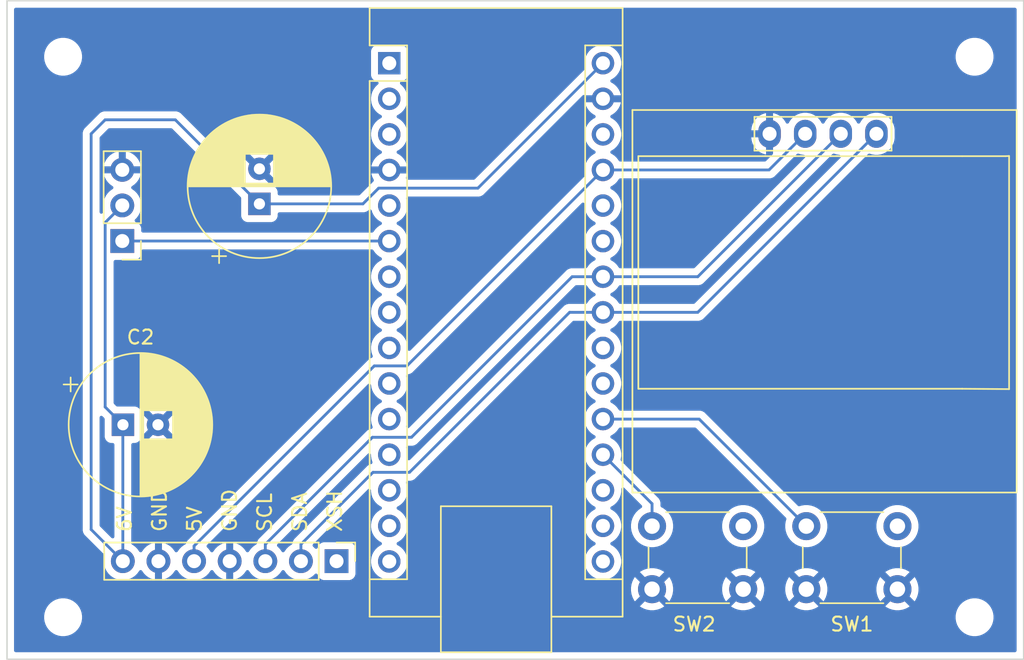
<source format=kicad_pcb>
(kicad_pcb (version 20241229) (generator "pcbnew") (generator_version "9.0")
  (title_block (date "jeu. 02 avril 2015"))
  (layers (0 "F.Cu" signal) (2 "B.Cu" signal) (13 "F.Paste" user) (15 "B.Paste" user) (5 "F.SilkS" user "F.Silkscreen") (7 "B.SilkS" user "B.Silkscreen") (1 "F.Mask" user) (3 "B.Mask" user) (25 "Edge.Cuts" user))
  (net 0 "")
  (net 1 "GND")
  (net 2 "+5V")
  (net 3 "+6V")
  (net 4 "Net-(A1-A4)")
  (net 18 "Net-(A1-D3)")
  (net 21 "Net-(A1-A5)")
  (net 24 "Net-(A1-D11)")
  (net 27 "Net-(A1-A1)")
  (net 29 "Net-(A1-A0)")
  (footprint "Connector_PinHeader_2.54mm:PinHeader_1x07_P2.54mm_Vertical" (layer "F.Cu") (at 139.5 108 -90)
    (property "Reference" "J4" (hide yes))
    (property "Value" "Conn_01x07_Male" (hide yes))
    (fp_line (start -1.33 16.57) (end 1.33 16.57) (stroke (width 0.12)) (layer "F.SilkS"))
    (fp_line (start -1.33 1.27) (end -1.33 16.57) (stroke (width 0.12)) (layer "F.SilkS"))
    (fp_line (start -1.33 1.27) (end 1.33 1.27) (stroke (width 0.12)) (layer "F.SilkS"))
    (fp_line (start 1.33 1.27) (end 1.33 16.57) (stroke (width 0.12)) (layer "F.SilkS"))
    (fp_line (start -1.33 0) (end -1.33 -1.33) (stroke (width 0.12)) (layer "F.SilkS"))
    (fp_line (start -1.33 -1.33) (end 0 -1.33) (stroke (width 0.12)) (layer "F.SilkS"))
    (pad "1" thru_hole rect (at 0 0 270) (size 1.7 1.7) (drill 1) (layers "*.Cu" "*.Mask") (net 24 "Net-(A1-D11)"))
    (pad "2" thru_hole oval (at 0 2.54 270) (size 1.7 1.7) (drill 1) (layers "*.Cu" "*.Mask") (net 4 "Net-(A1-A4)"))
    (pad "3" thru_hole oval (at 0 5.08 270) (size 1.7 1.7) (drill 1) (layers "*.Cu" "*.Mask") (net 21 "Net-(A1-A5)"))
    (pad "4" thru_hole oval (at 0 7.62 270) (size 1.7 1.7) (drill 1) (layers "*.Cu" "*.Mask") (net 1 "GND"))
    (pad "5" thru_hole oval (at 0 10.16 270) (size 1.7 1.7) (drill 1) (layers "*.Cu" "*.Mask") (net 2 "+5V"))
    (pad "6" thru_hole oval (at 0 12.7 270) (size 1.7 1.7) (drill 1) (layers "*.Cu" "*.Mask") (net 1 "GND"))
    (pad "7" thru_hole oval (at 0 15.24 270) (size 1.7 1.7) (drill 1) (layers "*.Cu" "*.Mask") (net 3 "+6V"))
  )
  (footprint "MountingHole:MountingHole_2.2mm_M2" (layer "F.Cu") (at 120 72)
    (property "Reference" "H1" (hide yes))
    (property "Value" "MountingHole" (hide yes))
    (pad "" np_thru_hole circle (at 0 0) (size 2.2 2.2) (drill 2.2) (layers "*.Cu" "*.Mask"))
  )
  (footprint "Capacitor_THT:CP_Radial_D10.0mm_P2.50mm" (layer "F.Cu") (at 134 82.5 90)
    (property "Reference" "C1" (hide yes))
    (property "Value" "C")
    (fp_line (start 1.33 -5.08) (end 1.33 5.08) (stroke (width 0.12)) (layer "F.SilkS"))
    (fp_line (start 1.29 -5.08) (end 1.29 5.08) (stroke (width 0.12)) (layer "F.SilkS"))
    (fp_line (start 1.25 -5.08) (end 1.25 5.08) (stroke (width 0.12)) (layer "F.SilkS"))
    (fp_line (start 1.37 -5.079) (end 1.37 5.079) (stroke (width 0.12)) (layer "F.SilkS"))
    (fp_line (start 1.41 -5.078) (end 1.41 5.078) (stroke (width 0.12)) (layer "F.SilkS"))
    (fp_line (start 1.45 -5.077) (end 1.45 5.077) (stroke (width 0.12)) (layer "F.SilkS"))
    (fp_line (start 1.49 -5.075) (end 1.49 -1.04) (stroke (width 0.12)) (layer "F.SilkS"))
    (fp_line (start 1.53 -5.073) (end 1.53 -1.04) (stroke (width 0.12)) (layer "F.SilkS"))
    (fp_line (start 1.57 -5.07) (end 1.57 -1.04) (stroke (width 0.12)) (layer "F.SilkS"))
    (fp_line (start 1.61 -5.068) (end 1.61 -1.04) (stroke (width 0.12)) (layer "F.SilkS"))
    (fp_line (start 1.65 -5.065) (end 1.65 -1.04) (stroke (width 0.12)) (layer "F.SilkS"))
    (fp_line (start 1.69 -5.062) (end 1.69 -1.04) (stroke (width 0.12)) (layer "F.SilkS"))
    (fp_line (start 1.73 -5.058) (end 1.73 -1.04) (stroke (width 0.12)) (layer "F.SilkS"))
    (fp_line (start 1.77 -5.054) (end 1.77 -1.04) (stroke (width 0.12)) (layer "F.SilkS"))
    (fp_line (start 1.81 -5.05) (end 1.81 -1.04) (stroke (width 0.12)) (layer "F.SilkS"))
    (fp_line (start 1.85 -5.045) (end 1.85 -1.04) (stroke (width 0.12)) (layer "F.SilkS"))
    (fp_line (start 1.89 -5.04) (end 1.89 -1.04) (stroke (width 0.12)) (layer "F.SilkS"))
    (fp_line (start 1.93 -5.035) (end 1.93 -1.04) (stroke (width 0.12)) (layer "F.SilkS"))
    (fp_line (start 1.971 -5.03) (end 1.971 -1.04) (stroke (width 0.12)) (layer "F.SilkS"))
    (fp_line (start 2.011 -5.024) (end 2.011 -1.04) (stroke (width 0.12)) (layer "F.SilkS"))
    (fp_line (start 2.051 -5.018) (end 2.051 -1.04) (stroke (width 0.12)) (layer "F.SilkS"))
    (fp_line (start 2.091 -5.011) (end 2.091 -1.04) (stroke (width 0.12)) (layer "F.SilkS"))
    (fp_line (start 2.131 -5.004) (end 2.131 -1.04) (stroke (width 0.12)) (layer "F.SilkS"))
    (fp_line (start 2.171 -4.997) (end 2.171 -1.04) (stroke (width 0.12)) (layer "F.SilkS"))
    (fp_line (start 2.211 -4.99) (end 2.211 -1.04) (stroke (width 0.12)) (layer "F.SilkS"))
    (fp_line (start 2.251 -4.982) (end 2.251 -1.04) (stroke (width 0.12)) (layer "F.SilkS"))
    (fp_line (start 2.291 -4.974) (end 2.291 -1.04) (stroke (width 0.12)) (layer "F.SilkS"))
    (fp_line (start 2.331 -4.965) (end 2.331 -1.04) (stroke (width 0.12)) (layer "F.SilkS"))
    (fp_line (start 2.371 -4.956) (end 2.371 -1.04) (stroke (width 0.12)) (layer "F.SilkS"))
    (fp_line (start 2.411 -4.947) (end 2.411 -1.04) (stroke (width 0.12)) (layer "F.SilkS"))
    (fp_line (start 2.451 -4.938) (end 2.451 -1.04) (stroke (width 0.12)) (layer "F.SilkS"))
    (fp_line (start 2.491 -4.928) (end 2.491 -1.04) (stroke (width 0.12)) (layer "F.SilkS"))
    (fp_line (start 2.531 -4.918) (end 2.531 -1.04) (stroke (width 0.12)) (layer "F.SilkS"))
    (fp_line (start 2.571 -4.907) (end 2.571 -1.04) (stroke (width 0.12)) (layer "F.SilkS"))
    (fp_line (start 2.611 -4.897) (end 2.611 -1.04) (stroke (width 0.12)) (layer "F.SilkS"))
    (fp_line (start 2.651 -4.885) (end 2.651 -1.04) (stroke (width 0.12)) (layer "F.SilkS"))
    (fp_line (start 2.691 -4.874) (end 2.691 -1.04) (stroke (width 0.12)) (layer "F.SilkS"))
    (fp_line (start 2.731 -4.862) (end 2.731 -1.04) (stroke (width 0.12)) (layer "F.SilkS"))
    (fp_line (start 2.771 -4.85) (end 2.771 -1.04) (stroke (width 0.12)) (layer "F.SilkS"))
    (fp_line (start 2.811 -4.837) (end 2.811 -1.04) (stroke (width 0.12)) (layer "F.SilkS"))
    (fp_line (start 2.851 -4.824) (end 2.851 -1.04) (stroke (width 0.12)) (layer "F.SilkS"))
    (fp_line (start 2.891 -4.811) (end 2.891 -1.04) (stroke (width 0.12)) (layer "F.SilkS"))
    (fp_line (start 2.931 -4.797) (end 2.931 -1.04) (stroke (width 0.12)) (layer "F.SilkS"))
    (fp_line (start 2.971 -4.783) (end 2.971 -1.04) (stroke (width 0.12)) (layer "F.SilkS"))
    (fp_line (start 3.011 -4.768) (end 3.011 -1.04) (stroke (width 0.12)) (layer "F.SilkS"))
    (fp_line (start 3.051 -4.754) (end 3.051 -1.04) (stroke (width 0.12)) (layer "F.SilkS"))
    (fp_line (start 3.091 -4.738) (end 3.091 -1.04) (stroke (width 0.12)) (layer "F.SilkS"))
    (fp_line (start 3.131 -4.723) (end 3.131 -1.04) (stroke (width 0.12)) (layer "F.SilkS"))
    (fp_line (start 3.171 -4.707) (end 3.171 -1.04) (stroke (width 0.12)) (layer "F.SilkS"))
    (fp_line (start 3.211 -4.69) (end 3.211 -1.04) (stroke (width 0.12)) (layer "F.SilkS"))
    (fp_line (start 3.251 -4.674) (end 3.251 -1.04) (stroke (width 0.12)) (layer "F.SilkS"))
    (fp_line (start 3.291 -4.657) (end 3.291 -1.04) (stroke (width 0.12)) (layer "F.SilkS"))
    (fp_line (start 3.331 -4.639) (end 3.331 -1.04) (stroke (width 0.12)) (layer "F.SilkS"))
    (fp_line (start 3.371 -4.621) (end 3.371 -1.04) (stroke (width 0.12)) (layer "F.SilkS"))
    (fp_line (start 3.411 -4.603) (end 3.411 -1.04) (stroke (width 0.12)) (layer "F.SilkS"))
    (fp_line (start 3.451 -4.584) (end 3.451 -1.04) (stroke (width 0.12)) (layer "F.SilkS"))
    (fp_line (start 3.491 -4.564) (end 3.491 -1.04) (stroke (width 0.12)) (layer "F.SilkS"))
    (fp_line (start 3.531 -4.545) (end 3.531 -1.04) (stroke (width 0.12)) (layer "F.SilkS"))
    (fp_line (start 3.571 -4.525) (end 3.571 4.525) (stroke (width 0.12)) (layer "F.SilkS"))
    (fp_line (start 3.611 -4.504) (end 3.611 4.504) (stroke (width 0.12)) (layer "F.SilkS"))
    (fp_line (start 3.651 -4.483) (end 3.651 4.483) (stroke (width 0.12)) (layer "F.SilkS"))
    (fp_line (start 3.691 -4.462) (end 3.691 4.462) (stroke (width 0.12)) (layer "F.SilkS"))
    (fp_line (start 3.731 -4.44) (end 3.731 4.44) (stroke (width 0.12)) (layer "F.SilkS"))
    (fp_line (start 3.771 -4.417) (end 3.771 4.417) (stroke (width 0.12)) (layer "F.SilkS"))
    (fp_line (start 3.811 -4.395) (end 3.811 4.395) (stroke (width 0.12)) (layer "F.SilkS"))
    (fp_line (start 3.851 -4.371) (end 3.851 4.371) (stroke (width 0.12)) (layer "F.SilkS"))
    (fp_line (start 3.891 -4.347) (end 3.891 4.347) (stroke (width 0.12)) (layer "F.SilkS"))
    (fp_line (start 3.931 -4.323) (end 3.931 4.323) (stroke (width 0.12)) (layer "F.SilkS"))
    (fp_line (start 3.971 -4.298) (end 3.971 4.298) (stroke (width 0.12)) (layer "F.SilkS"))
    (fp_line (start 4.011 -4.273) (end 4.011 4.273) (stroke (width 0.12)) (layer "F.SilkS"))
    (fp_line (start 4.051 -4.247) (end 4.051 4.247) (stroke (width 0.12)) (layer "F.SilkS"))
    (fp_line (start 4.091 -4.221) (end 4.091 4.221) (stroke (width 0.12)) (layer "F.SilkS"))
    (fp_line (start 4.131 -4.194) (end 4.131 4.194) (stroke (width 0.12)) (layer "F.SilkS"))
    (fp_line (start 4.171 -4.166) (end 4.171 4.166) (stroke (width 0.12)) (layer "F.SilkS"))
    (fp_line (start 4.211 -4.138) (end 4.211 4.138) (stroke (width 0.12)) (layer "F.SilkS"))
    (fp_line (start 4.251 -4.11) (end 4.251 4.11) (stroke (width 0.12)) (layer "F.SilkS"))
    (fp_line (start 4.291 -4.08) (end 4.291 4.08) (stroke (width 0.12)) (layer "F.SilkS"))
    (fp_line (start 4.331 -4.05) (end 4.331 4.05) (stroke (width 0.12)) (layer "F.SilkS"))
    (fp_line (start 4.371 -4.02) (end 4.371 4.02) (stroke (width 0.12)) (layer "F.SilkS"))
    (fp_line (start 4.411 -3.989) (end 4.411 3.989) (stroke (width 0.12)) (layer "F.SilkS"))
    (fp_line (start 4.451 -3.957) (end 4.451 3.957) (stroke (width 0.12)) (layer "F.SilkS"))
    (fp_line (start 4.491 -3.925) (end 4.491 3.925) (stroke (width 0.12)) (layer "F.SilkS"))
    (fp_line (start 4.531 -3.892) (end 4.531 3.892) (stroke (width 0.12)) (layer "F.SilkS"))
    (fp_line (start 4.571 -3.858) (end 4.571 3.858) (stroke (width 0.12)) (layer "F.SilkS"))
    (fp_line (start 4.611 -3.824) (end 4.611 3.824) (stroke (width 0.12)) (layer "F.SilkS"))
    (fp_line (start 4.651 -3.789) (end 4.651 3.789) (stroke (width 0.12)) (layer "F.SilkS"))
    (fp_line (start 4.691 -3.753) (end 4.691 3.753) (stroke (width 0.12)) (layer "F.SilkS"))
    (fp_line (start 4.731 -3.716) (end 4.731 3.716) (stroke (width 0.12)) (layer "F.SilkS"))
    (fp_line (start 4.771 -3.679) (end 4.771 3.679) (stroke (width 0.12)) (layer "F.SilkS"))
    (fp_line (start 4.811 -3.64) (end 4.811 3.64) (stroke (width 0.12)) (layer "F.SilkS"))
    (fp_line (start 4.851 -3.601) (end 4.851 3.601) (stroke (width 0.12)) (layer "F.SilkS"))
    (fp_line (start 4.891 -3.561) (end 4.891 3.561) (stroke (width 0.12)) (layer "F.SilkS"))
    (fp_line (start 4.931 -3.52) (end 4.931 3.52) (stroke (width 0.12)) (layer "F.SilkS"))
    (fp_line (start 4.971 -3.478) (end 4.971 3.478) (stroke (width 0.12)) (layer "F.SilkS"))
    (fp_line (start 5.011 -3.436) (end 5.011 3.436) (stroke (width 0.12)) (layer "F.SilkS"))
    (fp_line (start 5.051 -3.392) (end 5.051 3.392) (stroke (width 0.12)) (layer "F.SilkS"))
    (fp_line (start -3.729646 -3.375) (end -3.729646 -2.375) (stroke (width 0.12)) (layer "F.SilkS"))
    (fp_line (start 5.091 -3.347) (end 5.091 3.347) (stroke (width 0.12)) (layer "F.SilkS"))
    (fp_line (start 5.131 -3.301) (end 5.131 3.301) (stroke (width 0.12)) (layer "F.SilkS"))
    (fp_line (start 5.171 -3.254) (end 5.171 3.254) (stroke (width 0.12)) (layer "F.SilkS"))
    (fp_line (start 5.211 -3.206) (end 5.211 3.206) (stroke (width 0.12)) (layer "F.SilkS"))
    (fp_line (start 5.251 -3.156) (end 5.251 3.156) (stroke (width 0.12)) (layer "F.SilkS"))
    (fp_line (start 5.291 -3.106) (end 5.291 3.106) (stroke (width 0.12)) (layer "F.SilkS"))
    (fp_line (start 5.331 -3.054) (end 5.331 3.054) (stroke (width 0.12)) (layer "F.SilkS"))
    (fp_line (start 5.371 -3) (end 5.371 3) (stroke (width 0.12)) (layer "F.SilkS"))
    (fp_line (start 5.411 -2.945) (end 5.411 2.945) (stroke (width 0.12)) (layer "F.SilkS"))
    (fp_line (start 5.451 -2.889) (end 5.451 2.889) (stroke (width 0.12)) (layer "F.SilkS"))
    (fp_line (start -4.229646 -2.875) (end -3.229646 -2.875) (stroke (width 0.12)) (layer "F.SilkS"))
    (fp_line (start 5.491 -2.83) (end 5.491 2.83) (stroke (width 0.12)) (layer "F.SilkS"))
    (fp_line (start 5.531 -2.77) (end 5.531 2.77) (stroke (width 0.12)) (layer "F.SilkS"))
    (fp_line (start 5.571 -2.709) (end 5.571 2.709) (stroke (width 0.12)) (layer "F.SilkS"))
    (fp_line (start 5.611 -2.645) (end 5.611 2.645) (stroke (width 0.12)) (layer "F.SilkS"))
    (fp_line (start 5.651 -2.579) (end 5.651 2.579) (stroke (width 0.12)) (layer "F.SilkS"))
    (fp_line (start 5.691 -2.51) (end 5.691 2.51) (stroke (width 0.12)) (layer "F.SilkS"))
    (fp_line (start 5.731 -2.439) (end 5.731 2.439) (stroke (width 0.12)) (layer "F.SilkS"))
    (fp_line (start 5.771 -2.365) (end 5.771 2.365) (stroke (width 0.12)) (layer "F.SilkS"))
    (fp_line (start 5.811 -2.289) (end 5.811 2.289) (stroke (width 0.12)) (layer "F.SilkS"))
    (fp_line (start 5.851 -2.209) (end 5.851 2.209) (stroke (width 0.12)) (layer "F.SilkS"))
    (fp_line (start 5.891 -2.125) (end 5.891 2.125) (stroke (width 0.12)) (layer "F.SilkS"))
    (fp_line (start 5.931 -2.037) (end 5.931 2.037) (stroke (width 0.12)) (layer "F.SilkS"))
    (fp_line (start 5.971 -1.944) (end 5.971 1.944) (stroke (width 0.12)) (layer "F.SilkS"))
    (fp_line (start 6.011 -1.846) (end 6.011 1.846) (stroke (width 0.12)) (layer "F.SilkS"))
    (fp_line (start 6.051 -1.742) (end 6.051 1.742) (stroke (width 0.12)) (layer "F.SilkS"))
    (fp_line (start 6.091 -1.63) (end 6.091 1.63) (stroke (width 0.12)) (layer "F.SilkS"))
    (fp_line (start 6.131 -1.51) (end 6.131 1.51) (stroke (width 0.12)) (layer "F.SilkS"))
    (fp_line (start 6.171 -1.378) (end 6.171 1.378) (stroke (width 0.12)) (layer "F.SilkS"))
    (fp_line (start 6.211 -1.23) (end 6.211 1.23) (stroke (width 0.12)) (layer "F.SilkS"))
    (fp_line (start 6.251 -1.062) (end 6.251 1.062) (stroke (width 0.12)) (layer "F.SilkS"))
    (fp_line (start 6.291 -0.862) (end 6.291 0.862) (stroke (width 0.12)) (layer "F.SilkS"))
    (fp_line (start 6.331 -0.599) (end 6.331 0.599) (stroke (width 0.12)) (layer "F.SilkS"))
    (fp_line (start 3.531 1.04) (end 3.531 4.545) (stroke (width 0.12)) (layer "F.SilkS"))
    (fp_line (start 3.491 1.04) (end 3.491 4.564) (stroke (width 0.12)) (layer "F.SilkS"))
    (fp_line (start 3.451 1.04) (end 3.451 4.584) (stroke (width 0.12)) (layer "F.SilkS"))
    (fp_line (start 3.411 1.04) (end 3.411 4.603) (stroke (width 0.12)) (layer "F.SilkS"))
    (fp_line (start 3.371 1.04) (end 3.371 4.621) (stroke (width 0.12)) (layer "F.SilkS"))
    (fp_line (start 3.331 1.04) (end 3.331 4.639) (stroke (width 0.12)) (layer "F.SilkS"))
    (fp_line (start 3.291 1.04) (end 3.291 4.657) (stroke (width 0.12)) (layer "F.SilkS"))
    (fp_line (start 3.251 1.04) (end 3.251 4.674) (stroke (width 0.12)) (layer "F.SilkS"))
    (fp_line (start 3.211 1.04) (end 3.211 4.69) (stroke (width 0.12)) (layer "F.SilkS"))
    (fp_line (start 3.171 1.04) (end 3.171 4.707) (stroke (width 0.12)) (layer "F.SilkS"))
    (fp_line (start 3.131 1.04) (end 3.131 4.723) (stroke (width 0.12)) (layer "F.SilkS"))
    (fp_line (start 3.091 1.04) (end 3.091 4.738) (stroke (width 0.12)) (layer "F.SilkS"))
    (fp_line (start 3.051 1.04) (end 3.051 4.754) (stroke (width 0.12)) (layer "F.SilkS"))
    (fp_line (start 3.011 1.04) (end 3.011 4.768) (stroke (width 0.12)) (layer "F.SilkS"))
    (fp_line (start 2.971 1.04) (end 2.971 4.783) (stroke (width 0.12)) (layer "F.SilkS"))
    (fp_line (start 2.931 1.04) (end 2.931 4.797) (stroke (width 0.12)) (layer "F.SilkS"))
    (fp_line (start 2.891 1.04) (end 2.891 4.811) (stroke (width 0.12)) (layer "F.SilkS"))
    (fp_line (start 2.851 1.04) (end 2.851 4.824) (stroke (width 0.12)) (layer "F.SilkS"))
    (fp_line (start 2.811 1.04) (end 2.811 4.837) (stroke (width 0.12)) (layer "F.SilkS"))
    (fp_line (start 2.771 1.04) (end 2.771 4.85) (stroke (width 0.12)) (layer "F.SilkS"))
    (fp_line (start 2.731 1.04) (end 2.731 4.862) (stroke (width 0.12)) (layer "F.SilkS"))
    (fp_line (start 2.691 1.04) (end 2.691 4.874) (stroke (width 0.12)) (layer "F.SilkS"))
    (fp_line (start 2.651 1.04) (end 2.651 4.885) (stroke (width 0.12)) (layer "F.SilkS"))
    (fp_line (start 2.611 1.04) (end 2.611 4.897) (stroke (width 0.12)) (layer "F.SilkS"))
    (fp_line (start 2.571 1.04) (end 2.571 4.907) (stroke (width 0.12)) (layer "F.SilkS"))
    (fp_line (start 2.531 1.04) (end 2.531 4.918) (stroke (width 0.12)) (layer "F.SilkS"))
    (fp_line (start 2.491 1.04) (end 2.491 4.928) (stroke (width 0.12)) (layer "F.SilkS"))
    (fp_line (start 2.451 1.04) (end 2.451 4.938) (stroke (width 0.12)) (layer "F.SilkS"))
    (fp_line (start 2.411 1.04) (end 2.411 4.947) (stroke (width 0.12)) (layer "F.SilkS"))
    (fp_line (start 2.371 1.04) (end 2.371 4.956) (stroke (width 0.12)) (layer "F.SilkS"))
    (fp_line (start 2.331 1.04) (end 2.331 4.965) (stroke (width 0.12)) (layer "F.SilkS"))
    (fp_line (start 2.291 1.04) (end 2.291 4.974) (stroke (width 0.12)) (layer "F.SilkS"))
    (fp_line (start 2.251 1.04) (end 2.251 4.982) (stroke (width 0.12)) (layer "F.SilkS"))
    (fp_line (start 2.211 1.04) (end 2.211 4.99) (stroke (width 0.12)) (layer "F.SilkS"))
    (fp_line (start 2.171 1.04) (end 2.171 4.997) (stroke (width 0.12)) (layer "F.SilkS"))
    (fp_line (start 2.131 1.04) (end 2.131 5.004) (stroke (width 0.12)) (layer "F.SilkS"))
    (fp_line (start 2.091 1.04) (end 2.091 5.011) (stroke (width 0.12)) (layer "F.SilkS"))
    (fp_line (start 2.051 1.04) (end 2.051 5.018) (stroke (width 0.12)) (layer "F.SilkS"))
    (fp_line (start 2.011 1.04) (end 2.011 5.024) (stroke (width 0.12)) (layer "F.SilkS"))
    (fp_line (start 1.971 1.04) (end 1.971 5.03) (stroke (width 0.12)) (layer "F.SilkS"))
    (fp_line (start 1.93 1.04) (end 1.93 5.035) (stroke (width 0.12)) (layer "F.SilkS"))
    (fp_line (start 1.89 1.04) (end 1.89 5.04) (stroke (width 0.12)) (layer "F.SilkS"))
    (fp_line (start 1.85 1.04) (end 1.85 5.045) (stroke (width 0.12)) (layer "F.SilkS"))
    (fp_line (start 1.81 1.04) (end 1.81 5.05) (stroke (width 0.12)) (layer "F.SilkS"))
    (fp_line (start 1.77 1.04) (end 1.77 5.054) (stroke (width 0.12)) (layer "F.SilkS"))
    (fp_line (start 1.73 1.04) (end 1.73 5.058) (stroke (width 0.12)) (layer "F.SilkS"))
    (fp_line (start 1.69 1.04) (end 1.69 5.062) (stroke (width 0.12)) (layer "F.SilkS"))
    (fp_line (start 1.65 1.04) (end 1.65 5.065) (stroke (width 0.12)) (layer "F.SilkS"))
    (fp_line (start 1.61 1.04) (end 1.61 5.068) (stroke (width 0.12)) (layer "F.SilkS"))
    (fp_line (start 1.57 1.04) (end 1.57 5.07) (stroke (width 0.12)) (layer "F.SilkS"))
    (fp_line (start 1.53 1.04) (end 1.53 5.073) (stroke (width 0.12)) (layer "F.SilkS"))
    (fp_line (start 1.49 1.04) (end 1.49 5.075) (stroke (width 0.12)) (layer "F.SilkS"))
    (fp_circle (center 1.25 0) (end 6.37 0) (stroke (width 0.12)) (fill no) (layer "F.SilkS"))
    (pad "1" thru_hole rect (at 0 0 90) (size 1.6 1.6) (drill 0.8) (layers "*.Cu" "*.Mask") (net 3 "+6V"))
    (pad "2" thru_hole circle (at 2.5 0 90) (size 1.6 1.6) (drill 0.8) (layers "*.Cu" "*.Mask") (net 1 "GND"))
  )
  (footprint "SSD1305:128x64OLED" (layer "F.Cu") (at 174 88.1)
    (property "Reference" "Brd1" (hide yes))
    (property "Value" "SSD1306")
    (fp_line (start -13.4 -12.3) (end 14 -12.3) (stroke (width 0.12)) (layer "F.SilkS"))
    (fp_line (start -13.4 15) (end -13.4 -12.3) (stroke (width 0.12)) (layer "F.SilkS"))
    (fp_line (start -12.978 -9.005) (end 10.122 -9.005) (stroke (width 0.12)) (layer "F.SilkS"))
    (fp_line (start -12.978 7.595) (end -12.978 -9.005) (stroke (width 0.12)) (layer "F.SilkS"))
    (fp_line (start -4.699 -11.811) (end -4.699 -9.398) (stroke (width 0.12)) (layer "F.SilkS"))
    (fp_line (start -4.699 -11.811) (end 5.08 -11.811) (stroke (width 0.12)) (layer "F.SilkS"))
    (fp_line (start 5.08 -11.811) (end 5.08 -9.398) (stroke (width 0.12)) (layer "F.SilkS"))
    (fp_line (start 5.08 -9.398) (end -4.699 -9.398) (stroke (width 0.12)) (layer "F.SilkS"))
    (fp_line (start 10.122 -9.005) (end 13.208 -9.005) (stroke (width 0.12)) (layer "F.SilkS"))
    (fp_line (start 10.122 7.595) (end -12.978 7.595) (stroke (width 0.12)) (layer "F.SilkS"))
    (fp_line (start 10.122 7.595) (end 13.462 7.62) (stroke (width 0.12)) (layer "F.SilkS"))
    (fp_line (start 13.462 -9.017) (end 13.208 -9.005) (stroke (width 0.12)) (layer "F.SilkS"))
    (fp_line (start 13.462 7.62) (end 13.462 -9.017) (stroke (width 0.12)) (layer "F.SilkS"))
    (fp_line (start 14 -12.3) (end 14 15) (stroke (width 0.12)) (layer "F.SilkS"))
    (fp_line (start 14 15) (end -13.4 15) (stroke (width 0.12)) (layer "F.SilkS"))
    (pad "1" thru_hole oval (at -3.62 -10.6 90) (size 2 1.6) (drill 1) (layers "*.Cu" "*.Mask") (net 1 "GND"))
    (pad "2" thru_hole oval (at -1.08 -10.6 90) (size 2 1.6) (drill 1) (layers "*.Cu" "*.Mask") (net 2 "+5V"))
    (pad "3" thru_hole oval (at 1.46 -10.6 90) (size 2 1.6) (drill 1) (layers "*.Cu" "*.Mask") (net 21 "Net-(A1-A5)"))
    (pad "4" thru_hole oval (at 4 -10.6 90) (size 2 1.6) (drill 1) (layers "*.Cu" "*.Mask") (net 4 "Net-(A1-A4)"))
  )
  (footprint "MountingHole:MountingHole_2.2mm_M2" (layer "F.Cu") (at 185 112)
    (property "Reference" "H3" (hide yes))
    (property "Value" "MountingHole" (hide yes))
    (pad "" np_thru_hole circle (at 0 0) (size 2.2 2.2) (drill 2.2) (layers "*.Cu" "*.Mask"))
  )
  (footprint "Module:Arduino_Nano" (layer "F.Cu") (at 143.26 72.46)
    (property "Reference" "A1" (hide yes))
    (property "Value" "Arduino_Nano_v3.x")
    (fp_line (start -1.4 -3.94) (end -1.4 -1.27) (stroke (width 0.12)) (layer "F.SilkS"))
    (fp_line (start -1.4 1.27) (end -1.4 39.5) (stroke (width 0.12)) (layer "F.SilkS"))
    (fp_line (start -1.4 39.5) (end 3.68 39.5) (stroke (width 0.12)) (layer "F.SilkS"))
    (fp_line (start 1.27 -1.27) (end -1.4 -1.27) (stroke (width 0.12)) (layer "F.SilkS"))
    (fp_line (start 1.27 1.27) (end -1.4 1.27) (stroke (width 0.12)) (layer "F.SilkS"))
    (fp_line (start 1.27 1.27) (end 1.27 -1.27) (stroke (width 0.12)) (layer "F.SilkS"))
    (fp_line (start 1.27 1.27) (end 1.27 36.83) (stroke (width 0.12)) (layer "F.SilkS"))
    (fp_line (start 1.27 36.83) (end -1.4 36.83) (stroke (width 0.12)) (layer "F.SilkS"))
    (fp_line (start 3.68 31.62) (end 11.56 31.62) (stroke (width 0.12)) (layer "F.SilkS"))
    (fp_line (start 3.68 42.04) (end 3.68 31.62) (stroke (width 0.12)) (layer "F.SilkS"))
    (fp_line (start 11.56 31.62) (end 11.56 42.04) (stroke (width 0.12)) (layer "F.SilkS"))
    (fp_line (start 11.56 42.04) (end 3.68 42.04) (stroke (width 0.12)) (layer "F.SilkS"))
    (fp_line (start 13.97 -1.27) (end 13.97 36.83) (stroke (width 0.12)) (layer "F.SilkS"))
    (fp_line (start 13.97 -1.27) (end 16.64 -1.27) (stroke (width 0.12)) (layer "F.SilkS"))
    (fp_line (start 13.97 36.83) (end 16.64 36.83) (stroke (width 0.12)) (layer "F.SilkS"))
    (fp_line (start 16.64 -3.94) (end -1.4 -3.94) (stroke (width 0.12)) (layer "F.SilkS"))
    (fp_line (start 16.64 39.5) (end 11.56 39.5) (stroke (width 0.12)) (layer "F.SilkS"))
    (fp_line (start 16.64 39.5) (end 16.64 -3.94) (stroke (width 0.12)) (layer "F.SilkS"))
    (pad "1" thru_hole rect (at 0 0) (size 1.6 1.6) (drill 1) (layers "*.Cu" "*.Mask"))
    (pad "2" thru_hole oval (at 0 2.54) (size 1.6 1.6) (drill 1) (layers "*.Cu" "*.Mask"))
    (pad "3" thru_hole oval (at 0 5.08) (size 1.6 1.6) (drill 1) (layers "*.Cu" "*.Mask"))
    (pad "4" thru_hole oval (at 0 7.62) (size 1.6 1.6) (drill 1) (layers "*.Cu" "*.Mask") (net 1 "GND"))
    (pad "5" thru_hole oval (at 0 10.16) (size 1.6 1.6) (drill 1) (layers "*.Cu" "*.Mask"))
    (pad "6" thru_hole oval (at 0 12.7) (size 1.6 1.6) (drill 1) (layers "*.Cu" "*.Mask") (net 18 "Net-(A1-D3)"))
    (pad "7" thru_hole oval (at 0 15.24) (size 1.6 1.6) (drill 1) (layers "*.Cu" "*.Mask"))
    (pad "8" thru_hole oval (at 0 17.78) (size 1.6 1.6) (drill 1) (layers "*.Cu" "*.Mask"))
    (pad "9" thru_hole oval (at 0 20.32) (size 1.6 1.6) (drill 1) (layers "*.Cu" "*.Mask"))
    (pad "10" thru_hole oval (at 0 22.86) (size 1.6 1.6) (drill 1) (layers "*.Cu" "*.Mask"))
    (pad "11" thru_hole oval (at 0 25.4) (size 1.6 1.6) (drill 1) (layers "*.Cu" "*.Mask"))
    (pad "12" thru_hole oval (at 0 27.94) (size 1.6 1.6) (drill 1) (layers "*.Cu" "*.Mask"))
    (pad "13" thru_hole oval (at 0 30.48) (size 1.6 1.6) (drill 1) (layers "*.Cu" "*.Mask"))
    (pad "14" thru_hole oval (at 0 33.02) (size 1.6 1.6) (drill 1) (layers "*.Cu" "*.Mask") (net 24 "Net-(A1-D11)"))
    (pad "15" thru_hole oval (at 0 35.56) (size 1.6 1.6) (drill 1) (layers "*.Cu" "*.Mask"))
    (pad "16" thru_hole oval (at 15.24 35.56) (size 1.6 1.6) (drill 1) (layers "*.Cu" "*.Mask"))
    (pad "17" thru_hole oval (at 15.24 33.02) (size 1.6 1.6) (drill 1) (layers "*.Cu" "*.Mask"))
    (pad "18" thru_hole oval (at 15.24 30.48) (size 1.6 1.6) (drill 1) (layers "*.Cu" "*.Mask"))
    (pad "19" thru_hole oval (at 15.24 27.94) (size 1.6 1.6) (drill 1) (layers "*.Cu" "*.Mask") (net 29 "Net-(A1-A0)"))
    (pad "20" thru_hole oval (at 15.24 25.4) (size 1.6 1.6) (drill 1) (layers "*.Cu" "*.Mask") (net 27 "Net-(A1-A1)"))
    (pad "21" thru_hole oval (at 15.24 22.86) (size 1.6 1.6) (drill 1) (layers "*.Cu" "*.Mask"))
    (pad "22" thru_hole oval (at 15.24 20.32) (size 1.6 1.6) (drill 1) (layers "*.Cu" "*.Mask"))
    (pad "23" thru_hole oval (at 15.24 17.78) (size 1.6 1.6) (drill 1) (layers "*.Cu" "*.Mask") (net 4 "Net-(A1-A4)"))
    (pad "24" thru_hole oval (at 15.24 15.24) (size 1.6 1.6) (drill 1) (layers "*.Cu" "*.Mask") (net 21 "Net-(A1-A5)"))
    (pad "25" thru_hole oval (at 15.24 12.7) (size 1.6 1.6) (drill 1) (layers "*.Cu" "*.Mask"))
    (pad "26" thru_hole oval (at 15.24 10.16) (size 1.6 1.6) (drill 1) (layers "*.Cu" "*.Mask"))
    (pad "27" thru_hole oval (at 15.24 7.62) (size 1.6 1.6) (drill 1) (layers "*.Cu" "*.Mask") (net 2 "+5V"))
    (pad "28" thru_hole oval (at 15.24 5.08) (size 1.6 1.6) (drill 1) (layers "*.Cu" "*.Mask"))
    (pad "29" thru_hole oval (at 15.24 2.54) (size 1.6 1.6) (drill 1) (layers "*.Cu" "*.Mask") (net 1 "GND"))
    (pad "30" thru_hole oval (at 15.24 0) (size 1.6 1.6) (drill 1) (layers "*.Cu" "*.Mask") (net 3 "+6V"))
  )
  (footprint "Capacitor_THT:CP_Radial_D10.0mm_P2.50mm" (layer "F.Cu") (at 124.267045 98.263864)
    (property "Reference" "C2" (at 1.25 -6.25 0) (layer "F.SilkS"))
    (property "Value" "C")
    (fp_line (start -4.229646 -2.875) (end -3.229646 -2.875) (stroke (width 0.12)) (layer "F.SilkS"))
    (fp_line (start -3.729646 -3.375) (end -3.729646 -2.375) (stroke (width 0.12)) (layer "F.SilkS"))
    (fp_line (start 1.25 -5.08) (end 1.25 5.08) (stroke (width 0.12)) (layer "F.SilkS"))
    (fp_line (start 1.29 -5.08) (end 1.29 5.08) (stroke (width 0.12)) (layer "F.SilkS"))
    (fp_line (start 1.33 -5.08) (end 1.33 5.08) (stroke (width 0.12)) (layer "F.SilkS"))
    (fp_line (start 1.37 -5.079) (end 1.37 5.079) (stroke (width 0.12)) (layer "F.SilkS"))
    (fp_line (start 1.41 -5.078) (end 1.41 5.078) (stroke (width 0.12)) (layer "F.SilkS"))
    (fp_line (start 1.45 -5.077) (end 1.45 5.077) (stroke (width 0.12)) (layer "F.SilkS"))
    (fp_line (start 1.49 -5.075) (end 1.49 -1.04) (stroke (width 0.12)) (layer "F.SilkS"))
    (fp_line (start 1.49 1.04) (end 1.49 5.075) (stroke (width 0.12)) (layer "F.SilkS"))
    (fp_line (start 1.53 -5.073) (end 1.53 -1.04) (stroke (width 0.12)) (layer "F.SilkS"))
    (fp_line (start 1.53 1.04) (end 1.53 5.073) (stroke (width 0.12)) (layer "F.SilkS"))
    (fp_line (start 1.57 -5.07) (end 1.57 -1.04) (stroke (width 0.12)) (layer "F.SilkS"))
    (fp_line (start 1.57 1.04) (end 1.57 5.07) (stroke (width 0.12)) (layer "F.SilkS"))
    (fp_line (start 1.61 -5.068) (end 1.61 -1.04) (stroke (width 0.12)) (layer "F.SilkS"))
    (fp_line (start 1.61 1.04) (end 1.61 5.068) (stroke (width 0.12)) (layer "F.SilkS"))
    (fp_line (start 1.65 -5.065) (end 1.65 -1.04) (stroke (width 0.12)) (layer "F.SilkS"))
    (fp_line (start 1.65 1.04) (end 1.65 5.065) (stroke (width 0.12)) (layer "F.SilkS"))
    (fp_line (start 1.69 -5.062) (end 1.69 -1.04) (stroke (width 0.12)) (layer "F.SilkS"))
    (fp_line (start 1.69 1.04) (end 1.69 5.062) (stroke (width 0.12)) (layer "F.SilkS"))
    (fp_line (start 1.73 -5.058) (end 1.73 -1.04) (stroke (width 0.12)) (layer "F.SilkS"))
    (fp_line (start 1.73 1.04) (end 1.73 5.058) (stroke (width 0.12)) (layer "F.SilkS"))
    (fp_line (start 1.77 -5.054) (end 1.77 -1.04) (stroke (width 0.12)) (layer "F.SilkS"))
    (fp_line (start 1.77 1.04) (end 1.77 5.054) (stroke (width 0.12)) (layer "F.SilkS"))
    (fp_line (start 1.81 -5.05) (end 1.81 -1.04) (stroke (width 0.12)) (layer "F.SilkS"))
    (fp_line (start 1.81 1.04) (end 1.81 5.05) (stroke (width 0.12)) (layer "F.SilkS"))
    (fp_line (start 1.85 -5.045) (end 1.85 -1.04) (stroke (width 0.12)) (layer "F.SilkS"))
    (fp_line (start 1.85 1.04) (end 1.85 5.045) (stroke (width 0.12)) (layer "F.SilkS"))
    (fp_line (start 1.89 -5.04) (end 1.89 -1.04) (stroke (width 0.12)) (layer "F.SilkS"))
    (fp_line (start 1.89 1.04) (end 1.89 5.04) (stroke (width 0.12)) (layer "F.SilkS"))
    (fp_line (start 1.93 -5.035) (end 1.93 -1.04) (stroke (width 0.12)) (layer "F.SilkS"))
    (fp_line (start 1.93 1.04) (end 1.93 5.035) (stroke (width 0.12)) (layer "F.SilkS"))
    (fp_line (start 1.971 -5.03) (end 1.971 -1.04) (stroke (width 0.12)) (layer "F.SilkS"))
    (fp_line (start 1.971 1.04) (end 1.971 5.03) (stroke (width 0.12)) (layer "F.SilkS"))
    (fp_line (start 2.011 -5.024) (end 2.011 -1.04) (stroke (width 0.12)) (layer "F.SilkS"))
    (fp_line (start 2.011 1.04) (end 2.011 5.024) (stroke (width 0.12)) (layer "F.SilkS"))
    (fp_line (start 2.051 -5.018) (end 2.051 -1.04) (stroke (width 0.12)) (layer "F.SilkS"))
    (fp_line (start 2.051 1.04) (end 2.051 5.018) (stroke (width 0.12)) (layer "F.SilkS"))
    (fp_line (start 2.091 -5.011) (end 2.091 -1.04) (stroke (width 0.12)) (layer "F.SilkS"))
    (fp_line (start 2.091 1.04) (end 2.091 5.011) (stroke (width 0.12)) (layer "F.SilkS"))
    (fp_line (start 2.131 -5.004) (end 2.131 -1.04) (stroke (width 0.12)) (layer "F.SilkS"))
    (fp_line (start 2.131 1.04) (end 2.131 5.004) (stroke (width 0.12)) (layer "F.SilkS"))
    (fp_line (start 2.171 -4.997) (end 2.171 -1.04) (stroke (width 0.12)) (layer "F.SilkS"))
    (fp_line (start 2.171 1.04) (end 2.171 4.997) (stroke (width 0.12)) (layer "F.SilkS"))
    (fp_line (start 2.211 -4.99) (end 2.211 -1.04) (stroke (width 0.12)) (layer "F.SilkS"))
    (fp_line (start 2.211 1.04) (end 2.211 4.99) (stroke (width 0.12)) (layer "F.SilkS"))
    (fp_line (start 2.251 -4.982) (end 2.251 -1.04) (stroke (width 0.12)) (layer "F.SilkS"))
    (fp_line (start 2.251 1.04) (end 2.251 4.982) (stroke (width 0.12)) (layer "F.SilkS"))
    (fp_line (start 2.291 -4.974) (end 2.291 -1.04) (stroke (width 0.12)) (layer "F.SilkS"))
    (fp_line (start 2.291 1.04) (end 2.291 4.974) (stroke (width 0.12)) (layer "F.SilkS"))
    (fp_line (start 2.331 -4.965) (end 2.331 -1.04) (stroke (width 0.12)) (layer "F.SilkS"))
    (fp_line (start 2.331 1.04) (end 2.331 4.965) (stroke (width 0.12)) (layer "F.SilkS"))
    (fp_line (start 2.371 -4.956) (end 2.371 -1.04) (stroke (width 0.12)) (layer "F.SilkS"))
    (fp_line (start 2.371 1.04) (end 2.371 4.956) (stroke (width 0.12)) (layer "F.SilkS"))
    (fp_line (start 2.411 -4.947) (end 2.411 -1.04) (stroke (width 0.12)) (layer "F.SilkS"))
    (fp_line (start 2.411 1.04) (end 2.411 4.947) (stroke (width 0.12)) (layer "F.SilkS"))
    (fp_line (start 2.451 -4.938) (end 2.451 -1.04) (stroke (width 0.12)) (layer "F.SilkS"))
    (fp_line (start 2.451 1.04) (end 2.451 4.938) (stroke (width 0.12)) (layer "F.SilkS"))
    (fp_line (start 2.491 -4.928) (end 2.491 -1.04) (stroke (width 0.12)) (layer "F.SilkS"))
    (fp_line (start 2.491 1.04) (end 2.491 4.928) (stroke (width 0.12)) (layer "F.SilkS"))
    (fp_line (start 2.531 -4.918) (end 2.531 -1.04) (stroke (width 0.12)) (layer "F.SilkS"))
    (fp_line (start 2.531 1.04) (end 2.531 4.918) (stroke (width 0.12)) (layer "F.SilkS"))
    (fp_line (start 2.571 -4.907) (end 2.571 -1.04) (stroke (width 0.12)) (layer "F.SilkS"))
    (fp_line (start 2.571 1.04) (end 2.571 4.907) (stroke (width 0.12)) (layer "F.SilkS"))
    (fp_line (start 2.611 -4.897) (end 2.611 -1.04) (stroke (width 0.12)) (layer "F.SilkS"))
    (fp_line (start 2.611 1.04) (end 2.611 4.897) (stroke (width 0.12)) (layer "F.SilkS"))
    (fp_line (start 2.651 -4.885) (end 2.651 -1.04) (stroke (width 0.12)) (layer "F.SilkS"))
    (fp_line (start 2.651 1.04) (end 2.651 4.885) (stroke (width 0.12)) (layer "F.SilkS"))
    (fp_line (start 2.691 -4.874) (end 2.691 -1.04) (stroke (width 0.12)) (layer "F.SilkS"))
    (fp_line (start 2.691 1.04) (end 2.691 4.874) (stroke (width 0.12)) (layer "F.SilkS"))
    (fp_line (start 2.731 -4.862) (end 2.731 -1.04) (stroke (width 0.12)) (layer "F.SilkS"))
    (fp_line (start 2.731 1.04) (end 2.731 4.862) (stroke (width 0.12)) (layer "F.SilkS"))
    (fp_line (start 2.771 -4.85) (end 2.771 -1.04) (stroke (width 0.12)) (layer "F.SilkS"))
    (fp_line (start 2.771 1.04) (end 2.771 4.85) (stroke (width 0.12)) (layer "F.SilkS"))
    (fp_line (start 2.811 -4.837) (end 2.811 -1.04) (stroke (width 0.12)) (layer "F.SilkS"))
    (fp_line (start 2.811 1.04) (end 2.811 4.837) (stroke (width 0.12)) (layer "F.SilkS"))
    (fp_line (start 2.851 -4.824) (end 2.851 -1.04) (stroke (width 0.12)) (layer "F.SilkS"))
    (fp_line (start 2.851 1.04) (end 2.851 4.824) (stroke (width 0.12)) (layer "F.SilkS"))
    (fp_line (start 2.891 -4.811) (end 2.891 -1.04) (stroke (width 0.12)) (layer "F.SilkS"))
    (fp_line (start 2.891 1.04) (end 2.891 4.811) (stroke (width 0.12)) (layer "F.SilkS"))
    (fp_line (start 2.931 -4.797) (end 2.931 -1.04) (stroke (width 0.12)) (layer "F.SilkS"))
    (fp_line (start 2.931 1.04) (end 2.931 4.797) (stroke (width 0.12)) (layer "F.SilkS"))
    (fp_line (start 2.971 -4.783) (end 2.971 -1.04) (stroke (width 0.12)) (layer "F.SilkS"))
    (fp_line (start 2.971 1.04) (end 2.971 4.783) (stroke (width 0.12)) (layer "F.SilkS"))
    (fp_line (start 3.011 -4.768) (end 3.011 -1.04) (stroke (width 0.12)) (layer "F.SilkS"))
    (fp_line (start 3.011 1.04) (end 3.011 4.768) (stroke (width 0.12)) (layer "F.SilkS"))
    (fp_line (start 3.051 -4.754) (end 3.051 -1.04) (stroke (width 0.12)) (layer "F.SilkS"))
    (fp_line (start 3.051 1.04) (end 3.051 4.754) (stroke (width 0.12)) (layer "F.SilkS"))
    (fp_line (start 3.091 -4.738) (end 3.091 -1.04) (stroke (width 0.12)) (layer "F.SilkS"))
    (fp_line (start 3.091 1.04) (end 3.091 4.738) (stroke (width 0.12)) (layer "F.SilkS"))
    (fp_line (start 3.131 -4.723) (end 3.131 -1.04) (stroke (width 0.12)) (layer "F.SilkS"))
    (fp_line (start 3.131 1.04) (end 3.131 4.723) (stroke (width 0.12)) (layer "F.SilkS"))
    (fp_line (start 3.171 -4.707) (end 3.171 -1.04) (stroke (width 0.12)) (layer "F.SilkS"))
    (fp_line (start 3.171 1.04) (end 3.171 4.707) (stroke (width 0.12)) (layer "F.SilkS"))
    (fp_line (start 3.211 -4.69) (end 3.211 -1.04) (stroke (width 0.12)) (layer "F.SilkS"))
    (fp_line (start 3.211 1.04) (end 3.211 4.69) (stroke (width 0.12)) (layer "F.SilkS"))
    (fp_line (start 3.251 -4.674) (end 3.251 -1.04) (stroke (width 0.12)) (layer "F.SilkS"))
    (fp_line (start 3.251 1.04) (end 3.251 4.674) (stroke (width 0.12)) (layer "F.SilkS"))
    (fp_line (start 3.291 -4.657) (end 3.291 -1.04) (stroke (width 0.12)) (layer "F.SilkS"))
    (fp_line (start 3.291 1.04) (end 3.291 4.657) (stroke (width 0.12)) (layer "F.SilkS"))
    (fp_line (start 3.331 -4.639) (end 3.331 -1.04) (stroke (width 0.12)) (layer "F.SilkS"))
    (fp_line (start 3.331 1.04) (end 3.331 4.639) (stroke (width 0.12)) (layer "F.SilkS"))
    (fp_line (start 3.371 -4.621) (end 3.371 -1.04) (stroke (width 0.12)) (layer "F.SilkS"))
    (fp_line (start 3.371 1.04) (end 3.371 4.621) (stroke (width 0.12)) (layer "F.SilkS"))
    (fp_line (start 3.411 -4.603) (end 3.411 -1.04) (stroke (width 0.12)) (layer "F.SilkS"))
    (fp_line (start 3.411 1.04) (end 3.411 4.603) (stroke (width 0.12)) (layer "F.SilkS"))
    (fp_line (start 3.451 -4.584) (end 3.451 -1.04) (stroke (width 0.12)) (layer "F.SilkS"))
    (fp_line (start 3.451 1.04) (end 3.451 4.584) (stroke (width 0.12)) (layer "F.SilkS"))
    (fp_line (start 3.491 -4.564) (end 3.491 -1.04) (stroke (width 0.12)) (layer "F.SilkS"))
    (fp_line (start 3.491 1.04) (end 3.491 4.564) (stroke (width 0.12)) (layer "F.SilkS"))
    (fp_line (start 3.531 -4.545) (end 3.531 -1.04) (stroke (width 0.12)) (layer "F.SilkS"))
    (fp_line (start 3.531 1.04) (end 3.531 4.545) (stroke (width 0.12)) (layer "F.SilkS"))
    (fp_line (start 3.571 -4.525) (end 3.571 4.525) (stroke (width 0.12)) (layer "F.SilkS"))
    (fp_line (start 3.611 -4.504) (end 3.611 4.504) (stroke (width 0.12)) (layer "F.SilkS"))
    (fp_line (start 3.651 -4.483) (end 3.651 4.483) (stroke (width 0.12)) (layer "F.SilkS"))
    (fp_line (start 3.691 -4.462) (end 3.691 4.462) (stroke (width 0.12)) (layer "F.SilkS"))
    (fp_line (start 3.731 -4.44) (end 3.731 4.44) (stroke (width 0.12)) (layer "F.SilkS"))
    (fp_line (start 3.771 -4.417) (end 3.771 4.417) (stroke (width 0.12)) (layer "F.SilkS"))
    (fp_line (start 3.811 -4.395) (end 3.811 4.395) (stroke (width 0.12)) (layer "F.SilkS"))
    (fp_line (start 3.851 -4.371) (end 3.851 4.371) (stroke (width 0.12)) (layer "F.SilkS"))
    (fp_line (start 3.891 -4.347) (end 3.891 4.347) (stroke (width 0.12)) (layer "F.SilkS"))
    (fp_line (start 3.931 -4.323) (end 3.931 4.323) (stroke (width 0.12)) (layer "F.SilkS"))
    (fp_line (start 3.971 -4.298) (end 3.971 4.298) (stroke (width 0.12)) (layer "F.SilkS"))
    (fp_line (start 4.011 -4.273) (end 4.011 4.273) (stroke (width 0.12)) (layer "F.SilkS"))
    (fp_line (start 4.051 -4.247) (end 4.051 4.247) (stroke (width 0.12)) (layer "F.SilkS"))
    (fp_line (start 4.091 -4.221) (end 4.091 4.221) (stroke (width 0.12)) (layer "F.SilkS"))
    (fp_line (start 4.131 -4.194) (end 4.131 4.194) (stroke (width 0.12)) (layer "F.SilkS"))
    (fp_line (start 4.171 -4.166) (end 4.171 4.166) (stroke (width 0.12)) (layer "F.SilkS"))
    (fp_line (start 4.211 -4.138) (end 4.211 4.138) (stroke (width 0.12)) (layer "F.SilkS"))
    (fp_line (start 4.251 -4.11) (end 4.251 4.11) (stroke (width 0.12)) (layer "F.SilkS"))
    (fp_line (start 4.291 -4.08) (end 4.291 4.08) (stroke (width 0.12)) (layer "F.SilkS"))
    (fp_line (start 4.331 -4.05) (end 4.331 4.05) (stroke (width 0.12)) (layer "F.SilkS"))
    (fp_line (start 4.371 -4.02) (end 4.371 4.02) (stroke (width 0.12)) (layer "F.SilkS"))
    (fp_line (start 4.411 -3.989) (end 4.411 3.989) (stroke (width 0.12)) (layer "F.SilkS"))
    (fp_line (start 4.451 -3.957) (end 4.451 3.957) (stroke (width 0.12)) (layer "F.SilkS"))
    (fp_line (start 4.491 -3.925) (end 4.491 3.925) (stroke (width 0.12)) (layer "F.SilkS"))
    (fp_line (start 4.531 -3.892) (end 4.531 3.892) (stroke (width 0.12)) (layer "F.SilkS"))
    (fp_line (start 4.571 -3.858) (end 4.571 3.858) (stroke (width 0.12)) (layer "F.SilkS"))
    (fp_line (start 4.611 -3.824) (end 4.611 3.824) (stroke (width 0.12)) (layer "F.SilkS"))
    (fp_line (start 4.651 -3.789) (end 4.651 3.789) (stroke (width 0.12)) (layer "F.SilkS"))
    (fp_line (start 4.691 -3.753) (end 4.691 3.753) (stroke (width 0.12)) (layer "F.SilkS"))
    (fp_line (start 4.731 -3.716) (end 4.731 3.716) (stroke (width 0.12)) (layer "F.SilkS"))
    (fp_line (start 4.771 -3.679) (end 4.771 3.679) (stroke (width 0.12)) (layer "F.SilkS"))
    (fp_line (start 4.811 -3.64) (end 4.811 3.64) (stroke (width 0.12)) (layer "F.SilkS"))
    (fp_line (start 4.851 -3.601) (end 4.851 3.601) (stroke (width 0.12)) (layer "F.SilkS"))
    (fp_line (start 4.891 -3.561) (end 4.891 3.561) (stroke (width 0.12)) (layer "F.SilkS"))
    (fp_line (start 4.931 -3.52) (end 4.931 3.52) (stroke (width 0.12)) (layer "F.SilkS"))
    (fp_line (start 4.971 -3.478) (end 4.971 3.478) (stroke (width 0.12)) (layer "F.SilkS"))
    (fp_line (start 5.011 -3.436) (end 5.011 3.436) (stroke (width 0.12)) (layer "F.SilkS"))
    (fp_line (start 5.051 -3.392) (end 5.051 3.392) (stroke (width 0.12)) (layer "F.SilkS"))
    (fp_line (start 5.091 -3.347) (end 5.091 3.347) (stroke (width 0.12)) (layer "F.SilkS"))
    (fp_line (start 5.131 -3.301) (end 5.131 3.301) (stroke (width 0.12)) (layer "F.SilkS"))
    (fp_line (start 5.171 -3.254) (end 5.171 3.254) (stroke (width 0.12)) (layer "F.SilkS"))
    (fp_line (start 5.211 -3.206) (end 5.211 3.206) (stroke (width 0.12)) (layer "F.SilkS"))
    (fp_line (start 5.251 -3.156) (end 5.251 3.156) (stroke (width 0.12)) (layer "F.SilkS"))
    (fp_line (start 5.291 -3.106) (end 5.291 3.106) (stroke (width 0.12)) (layer "F.SilkS"))
    (fp_line (start 5.331 -3.054) (end 5.331 3.054) (stroke (width 0.12)) (layer "F.SilkS"))
    (fp_line (start 5.371 -3) (end 5.371 3) (stroke (width 0.12)) (layer "F.SilkS"))
    (fp_line (start 5.411 -2.945) (end 5.411 2.945) (stroke (width 0.12)) (layer "F.SilkS"))
    (fp_line (start 5.451 -2.889) (end 5.451 2.889) (stroke (width 0.12)) (layer "F.SilkS"))
    (fp_line (start 5.491 -2.83) (end 5.491 2.83) (stroke (width 0.12)) (layer "F.SilkS"))
    (fp_line (start 5.531 -2.77) (end 5.531 2.77) (stroke (width 0.12)) (layer "F.SilkS"))
    (fp_line (start 5.571 -2.709) (end 5.571 2.709) (stroke (width 0.12)) (layer "F.SilkS"))
    (fp_line (start 5.611 -2.645) (end 5.611 2.645) (stroke (width 0.12)) (layer "F.SilkS"))
    (fp_line (start 5.651 -2.579) (end 5.651 2.579) (stroke (width 0.12)) (layer "F.SilkS"))
    (fp_line (start 5.691 -2.51) (end 5.691 2.51) (stroke (width 0.12)) (layer "F.SilkS"))
    (fp_line (start 5.731 -2.439) (end 5.731 2.439) (stroke (width 0.12)) (layer "F.SilkS"))
    (fp_line (start 5.771 -2.365) (end 5.771 2.365) (stroke (width 0.12)) (layer "F.SilkS"))
    (fp_line (start 5.811 -2.289) (end 5.811 2.289) (stroke (width 0.12)) (layer "F.SilkS"))
    (fp_line (start 5.851 -2.209) (end 5.851 2.209) (stroke (width 0.12)) (layer "F.SilkS"))
    (fp_line (start 5.891 -2.125) (end 5.891 2.125) (stroke (width 0.12)) (layer "F.SilkS"))
    (fp_line (start 5.931 -2.037) (end 5.931 2.037) (stroke (width 0.12)) (layer "F.SilkS"))
    (fp_line (start 5.971 -1.944) (end 5.971 1.944) (stroke (width 0.12)) (layer "F.SilkS"))
    (fp_line (start 6.011 -1.846) (end 6.011 1.846) (stroke (width 0.12)) (layer "F.SilkS"))
    (fp_line (start 6.051 -1.742) (end 6.051 1.742) (stroke (width 0.12)) (layer "F.SilkS"))
    (fp_line (start 6.091 -1.63) (end 6.091 1.63) (stroke (width 0.12)) (layer "F.SilkS"))
    (fp_line (start 6.131 -1.51) (end 6.131 1.51) (stroke (width 0.12)) (layer "F.SilkS"))
    (fp_line (start 6.171 -1.378) (end 6.171 1.378) (stroke (width 0.12)) (layer "F.SilkS"))
    (fp_line (start 6.211 -1.23) (end 6.211 1.23) (stroke (width 0.12)) (layer "F.SilkS"))
    (fp_line (start 6.251 -1.062) (end 6.251 1.062) (stroke (width 0.12)) (layer "F.SilkS"))
    (fp_line (start 6.291 -0.862) (end 6.291 0.862) (stroke (width 0.12)) (layer "F.SilkS"))
    (fp_line (start 6.331 -0.599) (end 6.331 0.599) (stroke (width 0.12)) (layer "F.SilkS"))
    (fp_circle (center 1.25 0) (end 6.37 0) (stroke (width 0.12)) (fill no) (layer "F.SilkS"))
    (pad "1" thru_hole rect (at 0 0) (size 1.6 1.6) (drill 0.8) (layers "*.Cu" "*.Mask") (net 3 "+6V"))
    (pad "2" thru_hole circle (at 2.5 0) (size 1.6 1.6) (drill 0.8) (layers "*.Cu" "*.Mask") (net 1 "GND"))
  )
  (footprint "Connector_PinHeader_2.54mm:PinHeader_1x03_P2.54mm_Vertical" (layer "F.Cu") (at 124.220529 85.15115 180)
    (property "Reference" "J2" (hide yes))
    (property "Value" "Conn_01x03_Male")
    (fp_line (start 1.33 1.27) (end 1.33 6.41) (stroke (width 0.12)) (layer "F.SilkS"))
    (fp_line (start -1.33 6.41) (end 1.33 6.41) (stroke (width 0.12)) (layer "F.SilkS"))
    (fp_line (start -1.33 1.27) (end 1.33 1.27) (stroke (width 0.12)) (layer "F.SilkS"))
    (fp_line (start -1.33 1.27) (end -1.33 6.41) (stroke (width 0.12)) (layer "F.SilkS"))
    (fp_line (start -1.33 0) (end -1.33 -1.33) (stroke (width 0.12)) (layer "F.SilkS"))
    (fp_line (start -1.33 -1.33) (end 0 -1.33) (stroke (width 0.12)) (layer "F.SilkS"))
    (pad "1" thru_hole rect (at 0 0 180) (size 1.7 1.7) (drill 1) (layers "*.Cu" "*.Mask") (net 18 "Net-(A1-D3)"))
    (pad "2" thru_hole oval (at 0 2.54 180) (size 1.7 1.7) (drill 1) (layers "*.Cu" "*.Mask") (net 3 "+6V"))
    (pad "3" thru_hole oval (at 0 5.08 180) (size 1.7 1.7) (drill 1) (layers "*.Cu" "*.Mask") (net 1 "GND"))
  )
  (footprint "MountingHole:MountingHole_2.2mm_M2" (layer "F.Cu") (at 120 112)
    (property "Reference" "H4" (hide yes))
    (property "Value" "MountingHole" (hide yes))
    (pad "" np_thru_hole circle (at 0 0) (size 2.2 2.2) (drill 2.2) (layers "*.Cu" "*.Mask"))
  )
  (footprint "Button_Switch_THT:SW_PUSH_6mm_H4.3mm" (layer "F.Cu") (at 162 105.5)
    (property "Reference" "SW2" (at 3 7 0) (layer "F.SilkS"))
    (property "Value" "SW_Push" (hide yes))
    (fp_line (start -0.25 1.5) (end -0.25 3) (stroke (width 0.12)) (layer "F.SilkS"))
    (fp_line (start 1 5.5) (end 5.5 5.5) (stroke (width 0.12)) (layer "F.SilkS"))
    (fp_line (start 5.5 -1) (end 1 -1) (stroke (width 0.12)) (layer "F.SilkS"))
    (fp_line (start 6.75 3) (end 6.75 1.5) (stroke (width 0.12)) (layer "F.SilkS"))
    (pad "1" thru_hole circle (at 0 0 90) (size 2 2) (drill 1.1) (layers "*.Cu" "*.Mask") (net 29 "Net-(A1-A0)"))
    (pad "1" thru_hole circle (at 6.5 0 90) (size 2 2) (drill 1.1) (layers "*.Cu" "*.Mask") (net 29 "Net-(A1-A0)"))
    (pad "2" thru_hole circle (at 0 4.5 90) (size 2 2) (drill 1.1) (layers "*.Cu" "*.Mask") (net 1 "GND"))
    (pad "2" thru_hole circle (at 6.5 4.5 90) (size 2 2) (drill 1.1) (layers "*.Cu" "*.Mask") (net 1 "GND"))
  )
  (footprint "MountingHole:MountingHole_2.2mm_M2" (layer "F.Cu") (at 185 72)
    (property "Reference" "H2" (hide yes))
    (property "Value" "MountingHole" (hide yes))
    (pad "" np_thru_hole circle (at 0 0) (size 2.2 2.2) (drill 2.2) (layers "*.Cu" "*.Mask"))
  )
  (footprint "Button_Switch_THT:SW_PUSH_6mm_H4.3mm" (layer "F.Cu") (at 173 105.5)
    (property "Reference" "SW1" (at 3.25 7 0) (layer "F.SilkS"))
    (property "Value" "SW_Push" (hide yes))
    (fp_line (start -0.25 1.5) (end -0.25 3) (stroke (width 0.12)) (layer "F.SilkS"))
    (fp_line (start 1 5.5) (end 5.5 5.5) (stroke (width 0.12)) (layer "F.SilkS"))
    (fp_line (start 5.5 -1) (end 1 -1) (stroke (width 0.12)) (layer "F.SilkS"))
    (fp_line (start 6.75 3) (end 6.75 1.5) (stroke (width 0.12)) (layer "F.SilkS"))
    (pad "1" thru_hole circle (at 0 0 90) (size 2 2) (drill 1.1) (layers "*.Cu" "*.Mask") (net 27 "Net-(A1-A1)"))
    (pad "1" thru_hole circle (at 6.5 0 90) (size 2 2) (drill 1.1) (layers "*.Cu" "*.Mask") (net 27 "Net-(A1-A1)"))
    (pad "2" thru_hole circle (at 0 4.5 90) (size 2 2) (drill 1.1) (layers "*.Cu" "*.Mask") (net 1 "GND"))
    (pad "2" thru_hole circle (at 6.5 4.5 90) (size 2 2) (drill 1.1) (layers "*.Cu" "*.Mask") (net 1 "GND"))
  )
  (gr_rect (start 116 68) (end 188.5 115) (stroke (width 0.1)) (fill no) (layer "Edge.Cuts"))
  (gr_text "SDA" (at 137.46 106 90) (layer "F.SilkS") (effects (font (size 1 1)) (justify left bottom)))
  (gr_text "5V" (at 129.96 106 90) (layer "F.SilkS") (effects (font (size 1 1)) (justify left bottom)))
  (gr_text "GND" (at 132.46 106 90) (layer "F.SilkS") (effects (font (size 1 1)) (justify left bottom)))
  (gr_text "SCL" (at 134.96 106 90) (layer "F.SilkS") (effects (font (size 1 1)) (justify left bottom)))
  (gr_text "GND" (at 127.46 106 90) (layer "F.SilkS") (effects (font (size 1 1)) (justify left bottom)))
  (gr_text "XSH" (at 139.96 106 90) (layer "F.SilkS") (effects (font (size 1 1)) (justify left bottom)))
  (gr_text "6V" (at 124.96 106 90) (layer "F.SilkS") (effects (font (size 1 1)) (justify left bottom)))
  (segment (start 129.34 106.915445) (end 142.191584 94.063861) (width 0.2) (layer "B.Cu") (net 2))
  (segment (start 170.34 80.08) (end 158.5 80.08) (width 0.2) (layer "B.Cu") (net 2))
  (segment (start 142.191584 94.063861) (end 144.516139 94.063861) (width 0.2) (layer "B.Cu") (net 2))
  (segment (start 129.34 108) (end 129.34 107.62) (width 0.2) (layer "B.Cu") (net 2))
  (segment (start 129.34 108) (end 129.34 106.915445) (width 0.2) (layer "B.Cu") (net 2))
  (segment (start 144.516139 94.063861) (end 158.5 80.08) (width 0.2) (layer "B.Cu") (net 2))
  (segment (start 172.92 77.5) (end 170.34 80.08) (width 0.2) (layer "B.Cu") (net 2))
  (segment (start 124.26 98.270909) (end 124.267045 98.263864) (width 0.2) (layer "F.Cu") (net 3))
  (segment (start 134 82.5) (end 141.379794 82.5) (width 0.2) (layer "B.Cu") (net 3))
  (segment (start 123 76.5) (end 128 76.5) (width 0.2) (layer "B.Cu") (net 3))
  (segment (start 142.5028 81.376994) (end 149.583006 81.376994) (width 0.2) (layer "B.Cu") (net 3))
  (segment (start 122 77.5) (end 123 76.5) (width 0.2) (layer "B.Cu") (net 3))
  (segment (start 124.267045 98.263864) (end 123 96.996819) (width 0.2) (layer "B.Cu") (net 3))
  (segment (start 123 83.831679) (end 124.220529 82.61115) (width 0.2) (layer "B.Cu") (net 3))
  (segment (start 124.26 98.270909) (end 124.267045 98.263864) (width 0.2) (layer "B.Cu") (net 3))
  (segment (start 133.88885 82.61115) (end 134 82.5) (width 0.2) (layer "B.Cu") (net 3))
  (segment (start 149.583006 81.376994) (end 158.5 72.46) (width 0.2) (layer "B.Cu") (net 3))
  (segment (start 141.379794 82.5) (end 142.5028 81.376994) (width 0.2) (layer "B.Cu") (net 3))
  (segment (start 122 105.74) (end 122 77.5) (width 0.2) (layer "B.Cu") (net 3))
  (segment (start 124.26 108) (end 124.26 98.270909) (width 0.2) (layer "B.Cu") (net 3))
  (segment (start 123 96.996819) (end 123 83.831679) (width 0.2) (layer "B.Cu") (net 3))
  (segment (start 128 76.5) (end 134 82.5) (width 0.2) (layer "B.Cu") (net 3))
  (segment (start 124.26 108) (end 122 105.74) (width 0.2) (layer "B.Cu") (net 3))
  (segment (start 136.96 108) (end 136.96 106.797919) (width 0.2) (layer "B.Cu") (net 4))
  (segment (start 136.96 106.797919) (end 142.097923 101.659996) (width 0.2) (layer "B.Cu") (net 4))
  (segment (start 156.120014 90.24) (end 158.5 90.24) (width 0.2) (layer "B.Cu") (net 4))
  (segment (start 144.700018 101.659996) (end 156.120014 90.24) (width 0.2) (layer "B.Cu") (net 4))
  (segment (start 165.26 90.24) (end 178 77.5) (width 0.2) (layer "B.Cu") (net 4))
  (segment (start 142.097923 101.659996) (end 144.700018 101.659996) (width 0.2) (layer "B.Cu") (net 4))
  (segment (start 158.5 90.24) (end 165.26 90.24) (width 0.2) (layer "B.Cu") (net 4))
  (segment (start 143.25115 85.15115) (end 143.26 85.16) (width 0.2) (layer "B.Cu") (net 18))
  (segment (start 124.220529 85.15115) (end 143.25115 85.15115) (width 0.2) (layer "B.Cu") (net 18))
  (segment (start 144.840004 99.159996) (end 156.3 87.7) (width 0.2) (layer "B.Cu") (net 21))
  (segment (start 142.057923 99.159996) (end 144.840004 99.159996) (width 0.2) (layer "B.Cu") (net 21))
  (segment (start 134.42 108) (end 134.42 106.797919) (width 0.2) (layer "B.Cu") (net 21))
  (segment (start 158.5 87.7) (end 165.26 87.7) (width 0.2) (layer "B.Cu") (net 21))
  (segment (start 156.3 87.7) (end 158.5 87.7) (width 0.2) (layer "B.Cu") (net 21))
  (segment (start 134.42 106.797919) (end 142.057923 99.159996) (width 0.2) (layer "B.Cu") (net 21))
  (segment (start 165.26 87.7) (end 175.46 77.5) (width 0.2) (layer "B.Cu") (net 21))
  (segment (start 158.5 97.86) (end 165.36 97.86) (width 0.2) (layer "B.Cu") (net 27))
  (segment (start 165.36 97.86) (end 173 105.5) (width 0.2) (layer "B.Cu") (net 27))
  (segment (start 158.5 100.4) (end 162 103.9) (width 0.2) (layer "B.Cu") (net 29))
  (segment (start 162 103.9) (end 162 105.5) (width 0.2) (layer "B.Cu") (net 29))
  (segment (start 161.6 105.5) (end 162 105.5) (width 0.2) (layer "B.Cu") (net 29))
  (zone (net 1) (net_name "GND") (layer "B.Cu") (connect_pads (clearance 0.5)) (min_thickness 0.25) (fill yes (thermal_gap 0.5) (thermal_bridge_width 0.5) (island_removal_mode 1) (island_area_min 10))
    (polygon (pts (xy 115.5 68) (xy 115.5 115) (xy 188.5 115) (xy 188.5 68)))
  )
)
</source>
